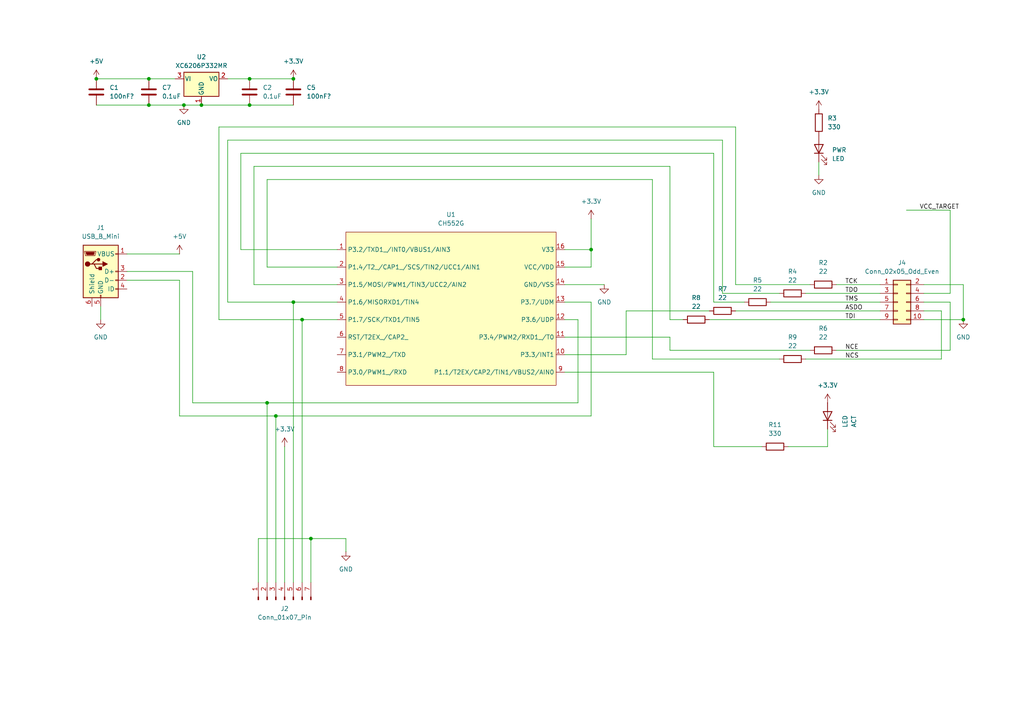
<source format=kicad_sch>
(kicad_sch (version 20250114) (generator "eeschema") (generator_version "9.0")
  (paper "A4")
  (lib_symbols
    (symbol "Connector:Conn_01x07_Pin" (pin_names (offset 1.016) (hide yes))
      (property "Reference" "J" (at 0 10.16 0))
      (property "Value" "Conn_01x07_Pin" (at 0 -10.16 0))
      (symbol "Conn_01x07_Pin_1_1"
        (rectangle (start 0.8636 7.747) (end 0 7.493) (stroke (width 0.1524)) (fill (type outline)))
        (rectangle (start 0.8636 5.207) (end 0 4.953) (stroke (width 0.1524)) (fill (type outline)))
        (rectangle (start 0.8636 2.667) (end 0 2.413) (stroke (width 0.1524)) (fill (type outline)))
        (rectangle (start 0.8636 0.127) (end 0 -0.127) (stroke (width 0.1524)) (fill (type outline)))
        (rectangle (start 0.8636 -2.413) (end 0 -2.667) (stroke (width 0.1524)) (fill (type outline)))
        (rectangle (start 0.8636 -4.953) (end 0 -5.207) (stroke (width 0.1524)) (fill (type outline)))
        (rectangle (start 0.8636 -7.493) (end 0 -7.747) (stroke (width 0.1524)) (fill (type outline)))
        (polyline (pts (xy 1.27 7.62) (xy 0.8636 7.62)) (stroke (width 0.1524)))
        (polyline (pts (xy 1.27 5.08) (xy 0.8636 5.08)) (stroke (width 0.1524)))
        (polyline (pts (xy 1.27 2.54) (xy 0.8636 2.54)) (stroke (width 0.1524)))
        (polyline (pts (xy 1.27 0) (xy 0.8636 0)) (stroke (width 0.1524)))
        (polyline (pts (xy 1.27 -2.54) (xy 0.8636 -2.54)) (stroke (width 0.1524)))
        (polyline (pts (xy 1.27 -5.08) (xy 0.8636 -5.08)) (stroke (width 0.1524)))
        (polyline (pts (xy 1.27 -7.62) (xy 0.8636 -7.62)) (stroke (width 0.1524)))
        (pin passive line (at 5.08 7.62 180) (length 3.81) (name "Pin_1") (number "1"))
        (pin passive line (at 5.08 5.08 180) (length 3.81) (name "Pin_2") (number "2"))
        (pin passive line (at 5.08 2.54 180) (length 3.81) (name "Pin_3") (number "3"))
        (pin passive line (at 5.08 0 180) (length 3.81) (name "Pin_4") (number "4"))
        (pin passive line (at 5.08 -2.54 180) (length 3.81) (name "Pin_5") (number "5"))
        (pin passive line (at 5.08 -5.08 180) (length 3.81) (name "Pin_6") (number "6"))
        (pin passive line (at 5.08 -7.62 180) (length 3.81) (name "Pin_7") (number "7"))
      )
    )
    (symbol "Connector:USB_B_Mini" (pin_names (offset 1.016))
      (property "Reference" "J" (at -5.08 11.43 0))
      (property "Value" "USB_B_Mini" (at -5.08 8.89 0))
      (symbol "USB_B_Mini_0_1"
        (rectangle (start -5.08 -7.62) (end 5.08 7.62) (stroke (width 0.254)) (fill (type background)))
        (polyline (pts (xy -4.699 5.842) (xy -4.699 5.588) (xy -4.445 4.826) (xy -4.445 4.572) (xy -1.651 4.572) (xy -1.651 4.826) (xy -1.397 5.588) (xy -1.397 5.842) (xy -4.699 5.842)))
        (polyline (pts (xy -4.318 5.588) (xy -1.778 5.588) (xy -2.032 4.826) (xy -4.064 4.826) (xy -4.318 5.588)) (fill (type outline)))
        (circle (center -3.81 2.159) (radius 0.635) (stroke (width 0.254)) (fill (type outline)))
        (polyline (pts (xy -3.175 2.159) (xy -2.54 2.159) (xy -1.27 3.429) (xy -0.635 3.429)) (stroke (width 0.254)))
        (polyline (pts (xy -2.54 2.159) (xy -1.905 2.159) (xy -1.27 0.889) (xy 0 0.889)) (stroke (width 0.254)))
        (polyline (pts (xy -1.905 2.159) (xy 0.635 2.159)) (stroke (width 0.254)))
        (circle (center -0.635 3.429) (radius 0.381) (stroke (width 0.254)) (fill (type outline)))
        (rectangle (start -0.127 -7.62) (end 0.127 -6.858))
        (rectangle (start 0.254 1.27) (end -0.508 0.508) (stroke (width 0.254)) (fill (type outline)))
        (polyline (pts (xy 0.635 2.794) (xy 0.635 1.524) (xy 1.905 2.159) (xy 0.635 2.794)) (stroke (width 0.254)) (fill (type outline)))
        (rectangle (start 5.08 4.953) (end 4.318 5.207))
        (rectangle (start 5.08 -0.127) (end 4.318 0.127))
        (rectangle (start 5.08 -2.667) (end 4.318 -2.413))
        (rectangle (start 5.08 -5.207) (end 4.318 -4.953))
      )
      (symbol "USB_B_Mini_1_1"
        (pin passive line (at -2.54 -10.16 90) (length 2.54) (name "Shield") (number "6"))
        (pin power_out line (at 0 -10.16 90) (length 2.54) (name "GND") (number "5"))
        (pin power_out line (at 7.62 5.08 180) (length 2.54) (name "VBUS") (number "1"))
        (pin bidirectional line (at 7.62 0 180) (length 2.54) (name "D+") (number "3"))
        (pin bidirectional line (at 7.62 -2.54 180) (length 2.54) (name "D-") (number "2"))
        (pin passive line (at 7.62 -5.08 180) (length 2.54) (name "ID") (number "4"))
      )
    )
    (symbol "Connector_Generic:Conn_02x05_Odd_Even" (pin_names (offset 1.016) (hide yes))
      (property "Reference" "J" (at 1.27 7.62 0))
      (property "Value" "Conn_02x05_Odd_Even" (at 1.27 -7.62 0))
      (symbol "Conn_02x05_Odd_Even_1_1"
        (rectangle (start -1.27 6.35) (end 3.81 -6.35) (stroke (width 0.254)) (fill (type background)))
        (rectangle (start -1.27 5.207) (end 0 4.953) (stroke (width 0.1524)))
        (rectangle (start -1.27 2.667) (end 0 2.413) (stroke (width 0.1524)))
        (rectangle (start -1.27 0.127) (end 0 -0.127) (stroke (width 0.1524)))
        (rectangle (start -1.27 -2.413) (end 0 -2.667) (stroke (width 0.1524)))
        (rectangle (start -1.27 -4.953) (end 0 -5.207) (stroke (width 0.1524)))
        (rectangle (start 3.81 5.207) (end 2.54 4.953) (stroke (width 0.1524)))
        (rectangle (start 3.81 2.667) (end 2.54 2.413) (stroke (width 0.1524)))
        (rectangle (start 3.81 0.127) (end 2.54 -0.127) (stroke (width 0.1524)))
        (rectangle (start 3.81 -2.413) (end 2.54 -2.667) (stroke (width 0.1524)))
        (rectangle (start 3.81 -4.953) (end 2.54 -5.207) (stroke (width 0.1524)))
        (pin passive line (at -5.08 5.08 0) (length 3.81) (name "Pin_1") (number "1"))
        (pin passive line (at -5.08 2.54 0) (length 3.81) (name "Pin_3") (number "3"))
        (pin passive line (at -5.08 0 0) (length 3.81) (name "Pin_5") (number "5"))
        (pin passive line (at -5.08 -2.54 0) (length 3.81) (name "Pin_7") (number "7"))
        (pin passive line (at -5.08 -5.08 0) (length 3.81) (name "Pin_9") (number "9"))
        (pin passive line (at 7.62 5.08 180) (length 3.81) (name "Pin_2") (number "2"))
        (pin passive line (at 7.62 2.54 180) (length 3.81) (name "Pin_4") (number "4"))
        (pin passive line (at 7.62 0 180) (length 3.81) (name "Pin_6") (number "6"))
        (pin passive line (at 7.62 -2.54 180) (length 3.81) (name "Pin_8") (number "8"))
        (pin passive line (at 7.62 -5.08 180) (length 3.81) (name "Pin_10") (number "10"))
      )
    )
    (symbol "Device:C" (pin_numbers (hide yes)) (pin_names (offset 0.254))
      (property "Reference" "C" (at 0.635 2.54 0))
      (property "Value" "C" (at 0.635 -2.54 0))
      (symbol "C_0_1"
        (polyline (pts (xy -2.032 0.762) (xy 2.032 0.762)) (stroke (width 0.508)))
        (polyline (pts (xy -2.032 -0.762) (xy 2.032 -0.762)) (stroke (width 0.508)))
      )
      (symbol "C_1_1"
        (pin passive line (at 0 3.81 270) (length 2.794) (name "~") (number "1"))
        (pin passive line (at 0 -3.81 90) (length 2.794) (name "~") (number "2"))
      )
    )
    (symbol "Device:LED" (pin_numbers (hide yes)) (pin_names (offset 1.016) (hide yes))
      (property "Reference" "D" (at 0 2.54 0))
      (property "Value" "LED" (at 0 -2.54 0))
      (symbol "LED_0_1"
        (polyline (pts (xy -3.048 -0.762) (xy -4.572 -2.286) (xy -3.81 -2.286) (xy -4.572 -2.286) (xy -4.572 -1.524)))
        (polyline (pts (xy -1.778 -0.762) (xy -3.302 -2.286) (xy -2.54 -2.286) (xy -3.302 -2.286) (xy -3.302 -1.524)))
        (polyline (pts (xy -1.27 0) (xy 1.27 0)))
        (polyline (pts (xy -1.27 -1.27) (xy -1.27 1.27)) (stroke (width 0.254)))
        (polyline (pts (xy 1.27 -1.27) (xy 1.27 1.27) (xy -1.27 0) (xy 1.27 -1.27)) (stroke (width 0.254)))
      )
      (symbol "LED_1_1"
        (pin passive line (at -3.81 0 0) (length 2.54) (name "K") (number "1"))
        (pin passive line (at 3.81 0 180) (length 2.54) (name "A") (number "2"))
      )
    )
    (symbol "Device:R" (pin_numbers (hide yes)) (pin_names (offset 0))
      (property "Reference" "R" (at 2.032 0 90))
      (property "Value" "R" (at 0 0 90))
      (symbol "R_0_1"
        (rectangle (start -1.016 -2.54) (end 1.016 2.54) (stroke (width 0.254)))
      )
      (symbol "R_1_1"
        (pin passive line (at 0 3.81 270) (length 1.27) (name "~") (number "1"))
        (pin passive line (at 0 -3.81 90) (length 1.27) (name "~") (number "2"))
      )
    )
    (symbol "Regulator_Linear:XC6206PxxxMR" (pin_names (offset 0.254))
      (property "Reference" "U" (at -3.81 3.175 0))
      (property "Value" "XC6206PxxxMR" (at 0 3.175 0))
      (symbol "XC6206PxxxMR_0_1"
        (rectangle (start -5.08 1.905) (end 5.08 -5.08) (stroke (width 0.254)) (fill (type background)))
      )
      (symbol "XC6206PxxxMR_1_1"
        (pin power_in line (at -7.62 0 0) (length 2.54) (name "VI") (number "3"))
        (pin power_in line (at 0 -7.62 90) (length 2.54) (name "GND") (number "1"))
        (pin power_out line (at 7.62 0 180) (length 2.54) (name "VO") (number "2"))
      )
    )
    (symbol "power:+3.3V" (power) (pin_numbers (hide yes)) (pin_names (offset 0) (hide yes))
      (property "Value" "+3.3V" (at 0 3.556 0))
      (symbol "+3.3V_0_1"
        (polyline (pts (xy -0.762 1.27) (xy 0 2.54)))
        (polyline (pts (xy 0 2.54) (xy 0.762 1.27)))
        (polyline (pts (xy 0 0) (xy 0 2.54)))
      )
      (symbol "+3.3V_1_1"
        (pin power_in line (at 0 0 90) (length 0) (name "~") (number "1"))
      )
    )
    (symbol "power:+5V" (power) (pin_numbers (hide yes)) (pin_names (offset 0) (hide yes))
      (property "Value" "+5V" (at 0 3.556 0))
      (symbol "+5V_0_1"
        (polyline (pts (xy -0.762 1.27) (xy 0 2.54)))
        (polyline (pts (xy 0 2.54) (xy 0.762 1.27)))
        (polyline (pts (xy 0 0) (xy 0 2.54)))
      )
      (symbol "+5V_1_1"
        (pin power_in line (at 0 0 90) (length 0) (name "~") (number "1"))
      )
    )
    (symbol "power:GND" (power) (pin_numbers (hide yes)) (pin_names (offset 0) (hide yes))
      (property "Value" "GND" (at 0 -3.81 0))
      (symbol "GND_0_1"
        (polyline (pts (xy 0 0) (xy 0 -1.27) (xy 1.27 -1.27) (xy 0 -2.54) (xy -1.27 -1.27) (xy 0 -1.27)))
      )
      (symbol "GND_1_1"
        (pin power_in line (at 0 0 270) (length 0) (name "~") (number "1"))
      )
    )
    (symbol "wch-mcu:CH552G"
      (property "Reference" "U" (at 0 27.94 0))
      (property "Value" "CH552G" (at 0 30.48 0))
      (symbol "CH552G_0_1"
        (rectangle (start -30.48 25.4) (end 30.48 -19.05) (stroke (width 0.1524)) (fill (type background)))
      )
      (symbol "CH552G_1_1"
        (pin bidirectional line (at -33.02 20.32 0) (length 2.54) (name "P3.2/TXD1_/INT0/VBUS1/AIN3") (number "1"))
        (pin bidirectional line (at -33.02 15.24 0) (length 2.54) (name "P1.4/T2_/CAP1_/SCS/TIN2/UCC1/AIN1") (number "2"))
        (pin bidirectional line (at -33.02 10.16 0) (length 2.54) (name "P1.5/MOSI/PWM1/TIN3/UCC2/AIN2") (number "3"))
        (pin bidirectional line (at -33.02 5.08 0) (length 2.54) (name "P1.6/MISORXD1/TIN4") (number "4"))
        (pin bidirectional line (at -33.02 0 0) (length 2.54) (name "P1.7/SCK/TXD1/TIN5") (number "5"))
        (pin bidirectional line (at -33.02 -5.08 0) (length 2.54) (name "RST/T2EX_/CAP2_") (number "6"))
        (pin bidirectional line (at -33.02 -10.16 0) (length 2.54) (name "P3.1/PWM2_/TXD") (number "7"))
        (pin bidirectional line (at -33.02 -15.24 0) (length 2.54) (name "P3.0/PWM1_/RXD") (number "8"))
        (pin power_out line (at 33.02 20.32 180) (length 2.54) (name "V33") (number "16"))
        (pin power_in line (at 33.02 15.24 180) (length 2.54) (name "VCC/VDD") (number "15"))
        (pin passive line (at 33.02 10.16 180) (length 2.54) (name "GND/VSS") (number "14"))
        (pin bidirectional line (at 33.02 5.08 180) (length 2.54) (name "P3.7/UDM") (number "13"))
        (pin bidirectional line (at 33.02 0 180) (length 2.54) (name "P3.6/UDP") (number "12"))
        (pin bidirectional line (at 33.02 -5.08 180) (length 2.54) (name "P3.4/PWM2/RXD1_/T0") (number "11"))
        (pin bidirectional line (at 33.02 -10.16 180) (length 2.54) (name "P3.3/INT1") (number "10"))
        (pin bidirectional line (at 33.02 -15.24 180) (length 2.54) (name "P1.1/T2EX/CAP2/TIN1/VBUS2/AIN0") (number "9"))
      )
    )
  )
  (junction (at 90.17 156.21))
  (junction (at 27.94 22.86))
  (junction (at 85.09 87.63))
  (junction (at 171.45 72.39))
  (junction (at 85.09 22.86))
  (junction (at 43.18 30.48))
  (junction (at 53.34 30.48))
  (junction (at 279.4 92.71))
  (junction (at 72.39 22.86))
  (junction (at 87.63 92.71))
  (junction (at 77.47 116.84))
  (junction (at 58.42 30.48))
  (junction (at 80.01 120.65))
  (junction (at 43.18 22.86))
  (junction (at 72.39 30.48))
  (wire (pts (xy 267.97 82.55) (xy 279.4 82.55)))
  (wire (pts (xy 63.5 36.83) (xy 213.36 36.83)))
  (wire (pts (xy 167.64 92.71) (xy 163.83 92.71)))
  (wire (pts (xy 29.21 88.9) (xy 29.21 92.71)))
  (wire (pts (xy 77.47 116.84) (xy 167.64 116.84)))
  (wire (pts (xy 66.04 22.86) (xy 72.39 22.86)))
  (wire (pts (xy 87.63 92.71) (xy 87.63 168.91)))
  (wire (pts (xy 90.17 168.91) (xy 90.17 156.21)))
  (wire (pts (xy 223.52 87.63) (xy 255.27 87.63)))
  (wire (pts (xy 215.9 87.63) (xy 207.01 87.63)))
  (wire (pts (xy 69.85 44.45) (xy 69.85 72.39)))
  (wire (pts (xy 205.74 92.71) (xy 255.27 92.71)))
  (wire (pts (xy 171.45 87.63) (xy 171.45 120.65)))
  (wire (pts (xy 90.17 156.21) (xy 100.33 156.21)))
  (wire (pts (xy 69.85 72.39) (xy 97.79 72.39)))
  (wire (pts (xy 66.04 40.64) (xy 66.04 87.63)))
  (wire (pts (xy 27.94 22.86) (xy 43.18 22.86)))
  (wire (pts (xy 72.39 22.86) (xy 85.09 22.86)))
  (wire (pts (xy 267.97 87.63) (xy 275.59 87.63)))
  (wire (pts (xy 275.59 87.63) (xy 275.59 101.6)))
  (wire (pts (xy 279.4 82.55) (xy 279.4 92.71)))
  (wire (pts (xy 262.89 60.96) (xy 275.59 60.96)))
  (wire (pts (xy 207.01 87.63) (xy 207.01 44.45)))
  (wire (pts (xy 74.93 156.21) (xy 90.17 156.21)))
  (wire (pts (xy 213.36 36.83) (xy 213.36 82.55)))
  (wire (pts (xy 53.34 30.48) (xy 58.42 30.48)))
  (wire (pts (xy 77.47 77.47) (xy 77.47 52.07)))
  (wire (pts (xy 77.47 52.07) (xy 189.23 52.07)))
  (wire (pts (xy 194.31 92.71) (xy 194.31 48.26)))
  (wire (pts (xy 213.36 82.55) (xy 234.95 82.55)))
  (wire (pts (xy 80.01 120.65) (xy 80.01 168.91)))
  (wire (pts (xy 267.97 85.09) (xy 275.59 85.09)))
  (wire (pts (xy 171.45 120.65) (xy 80.01 120.65)))
  (wire (pts (xy 163.83 77.47) (xy 171.45 77.47)))
  (wire (pts (xy 82.55 129.54) (xy 82.55 168.91)))
  (wire (pts (xy 207.01 129.54) (xy 220.98 129.54)))
  (wire (pts (xy 63.5 92.71) (xy 63.5 36.83)))
  (wire (pts (xy 73.66 82.55) (xy 97.79 82.55)))
  (wire (pts (xy 213.36 90.17) (xy 255.27 90.17)))
  (wire (pts (xy 52.07 81.28) (xy 36.83 81.28)))
  (wire (pts (xy 228.6 129.54) (xy 240.03 129.54)))
  (wire (pts (xy 163.83 87.63) (xy 171.45 87.63)))
  (wire (pts (xy 275.59 85.09) (xy 275.59 60.96)))
  (wire (pts (xy 27.94 30.48) (xy 43.18 30.48)))
  (wire (pts (xy 194.31 101.6) (xy 234.95 101.6)))
  (wire (pts (xy 242.57 82.55) (xy 255.27 82.55)))
  (wire (pts (xy 36.83 78.74) (xy 55.88 78.74)))
  (wire (pts (xy 43.18 30.48) (xy 53.34 30.48)))
  (wire (pts (xy 52.07 120.65) (xy 52.07 81.28)))
  (wire (pts (xy 80.01 120.65) (xy 52.07 120.65)))
  (wire (pts (xy 273.05 90.17) (xy 273.05 104.14)))
  (wire (pts (xy 240.03 124.46) (xy 240.03 129.54)))
  (wire (pts (xy 55.88 116.84) (xy 77.47 116.84)))
  (wire (pts (xy 163.83 72.39) (xy 171.45 72.39)))
  (wire (pts (xy 72.39 30.48) (xy 85.09 30.48)))
  (wire (pts (xy 267.97 90.17) (xy 273.05 90.17)))
  (wire (pts (xy 226.06 85.09) (xy 209.55 85.09)))
  (wire (pts (xy 87.63 92.71) (xy 63.5 92.71)))
  (wire (pts (xy 194.31 97.79) (xy 194.31 101.6)))
  (wire (pts (xy 73.66 48.26) (xy 73.66 82.55)))
  (wire (pts (xy 189.23 52.07) (xy 189.23 104.14)))
  (wire (pts (xy 85.09 87.63) (xy 85.09 168.91)))
  (wire (pts (xy 77.47 116.84) (xy 77.47 168.91)))
  (wire (pts (xy 163.83 82.55) (xy 175.26 82.55)))
  (wire (pts (xy 181.61 102.87) (xy 163.83 102.87)))
  (wire (pts (xy 55.88 78.74) (xy 55.88 116.84)))
  (wire (pts (xy 97.79 77.47) (xy 77.47 77.47)))
  (wire (pts (xy 163.83 107.95) (xy 207.01 107.95)))
  (wire (pts (xy 43.18 22.86) (xy 50.8 22.86)))
  (wire (pts (xy 194.31 48.26) (xy 73.66 48.26)))
  (wire (pts (xy 167.64 116.84) (xy 167.64 92.71)))
  (wire (pts (xy 171.45 63.5) (xy 171.45 72.39)))
  (wire (pts (xy 275.59 101.6) (xy 242.57 101.6)))
  (wire (pts (xy 198.12 92.71) (xy 194.31 92.71)))
  (wire (pts (xy 181.61 90.17) (xy 181.61 102.87)))
  (wire (pts (xy 100.33 156.21) (xy 100.33 160.02)))
  (wire (pts (xy 207.01 44.45) (xy 69.85 44.45)))
  (wire (pts (xy 267.97 92.71) (xy 279.4 92.71)))
  (wire (pts (xy 163.83 97.79) (xy 194.31 97.79)))
  (wire (pts (xy 237.49 46.99) (xy 237.49 50.8)))
  (wire (pts (xy 97.79 92.71) (xy 87.63 92.71)))
  (wire (pts (xy 85.09 87.63) (xy 97.79 87.63)))
  (wire (pts (xy 171.45 77.47) (xy 171.45 72.39)))
  (wire (pts (xy 273.05 104.14) (xy 233.68 104.14)))
  (wire (pts (xy 36.83 73.66) (xy 52.07 73.66)))
  (wire (pts (xy 209.55 85.09) (xy 209.55 40.64)))
  (wire (pts (xy 189.23 104.14) (xy 226.06 104.14)))
  (wire (pts (xy 66.04 87.63) (xy 85.09 87.63)))
  (wire (pts (xy 205.74 90.17) (xy 181.61 90.17)))
  (wire (pts (xy 233.68 85.09) (xy 255.27 85.09)))
  (wire (pts (xy 58.42 30.48) (xy 72.39 30.48)))
  (wire (pts (xy 209.55 40.64) (xy 66.04 40.64)))
  (wire (pts (xy 74.93 168.91) (xy 74.93 156.21)))
  (wire (pts (xy 207.01 107.95) (xy 207.01 129.54)))
  (label "VCC_TARGET" (at 266.7 60.96 0))
  (label "NCS" (at 245.11 104.14 0))
  (label "TDI" (at 245.11 92.71 0))
  (label "NCE" (at 245.11 101.6 0))
  (label "ASDO" (at 245.11 90.17 0))
  (label "TCK" (at 245.11 82.55 0))
  (label "TDO" (at 245.11 85.09 0))
  (label "TMS" (at 245.11 87.63 0))
  (symbol (lib_id "Device:LED") (at 240.03 120.65 90) (unit 1)
    (property "Reference" "ACT" (at 247.65 122.2375 0))
    (property "Value" "LED" (at 245.11 122.2375 0))
    (property "Description" "Light emitting diode" (effects (hide yes)))
    (property "Sim.Pins" "1=K 2=A" (effects (hide yes)))
  )
  (symbol (lib_id "Device:R") (at 229.87 85.09 90) (unit 1)
    (property "Reference" "R4" (at 229.87 78.74 90))
    (property "Value" "22" (at 229.87 81.28 90))
    (property "Description" "Resistor" (effects (hide yes)))
  )
  (symbol (lib_id "Connector:Conn_01x07_Pin") (at 82.55 173.99 90) (unit 1)
    (property "Reference" "J2" (at 82.55 176.53 90))
    (property "Value" "Conn_01x07_Pin" (at 82.55 179.07 90))
    (property "Description" "Generic connector, single row, 01x07, script generated" (effects (hide yes)))
  )
  (symbol (lib_id "wch-mcu:CH552G") (at 130.81 92.71 0) (unit 1)
    (property "Reference" "U1" (at 130.81 62.23 0))
    (property "Value" "CH552G" (at 130.81 64.77 0))
    (property "Footprint" "Package_SO:SOP-16_3.9x9.9mm_P1.27mm" (effects (hide yes)))
    (property "Datasheet" "https://www.wch-ic.com/downloads/CH552DS1.PDF.html?type=en" (effects (hide yes)))
    (property "Description" "Enhanced 8051 MCU" (effects (hide yes)))
  )
  (symbol (lib_id "power:+5V") (at 27.94 22.86 0) (unit 1)
    (property "Reference" "#PWR012" (effects (hide yes)))
    (property "Value" "+5V" (at 27.94 17.78 0))
    (property "Description" "Power symbol creates a global label with name \"+5V\"" (effects (hide yes)))
  )
  (symbol (lib_id "Connector:USB_B_Mini") (at 29.21 78.74 0) (unit 1)
    (property "Reference" "J1" (at 29.21 66.04 0))
    (property "Value" "USB_B_Mini" (at 29.21 68.58 0))
    (property "Description" "USB Mini Type B connector" (effects (hide yes)))
  )
  (symbol (lib_id "power:GND") (at 279.4 92.71 0) (unit 1)
    (property "Reference" "#PWR01" (effects (hide yes)))
    (property "Value" "GND" (at 279.4 97.79 0))
    (property "Description" "Power symbol creates a global label with name \"GND\" , ground" (effects (hide yes)))
  )
  (symbol (lib_id "power:+5V") (at 52.07 73.66 0) (unit 1)
    (property "Reference" "#PWR011" (effects (hide yes)))
    (property "Value" "+5V" (at 52.07 68.58 0))
    (property "Description" "Power symbol creates a global label with name \"+5V\"" (effects (hide yes)))
  )
  (symbol (lib_id "power:+3.3V") (at 240.03 116.84 0) (unit 1)
    (property "Reference" "#PWR05" (effects (hide yes)))
    (property "Value" "+3.3V" (at 240.03 111.76 0))
    (property "Description" "Power symbol creates a global label with name \"+3.3V\"" (effects (hide yes)))
  )
  (symbol (lib_id "Connector_Generic:Conn_02x05_Odd_Even") (at 260.35 87.63 0) (unit 1)
    (property "Reference" "J4" (at 261.62 76.2 0))
    (property "Value" "Conn_02x05_Odd_Even" (at 261.62 78.74 0))
    (property "Description" "Generic connector, double row, 02x05, odd/even pin numbering scheme (row 1 odd numbers, row 2 even numbers), script generated (kicad-library-utils/schlib/autogen/connector/)" (effects (hide yes)))
  )
  (symbol (lib_id "power:GND") (at 29.21 92.71 0) (unit 1)
    (property "Reference" "#PWR03" (effects (hide yes)))
    (property "Value" "GND" (at 29.21 97.79 0))
    (property "Description" "Power symbol creates a global label with name \"GND\" , ground" (effects (hide yes)))
  )
  (symbol (lib_id "power:+3.3V") (at 82.55 129.54 0) (unit 1)
    (property "Reference" "#PWR09" (effects (hide yes)))
    (property "Value" "+3.3V" (at 82.55 124.46 0))
    (property "Description" "Power symbol creates a global label with name \"+3.3V\"" (effects (hide yes)))
  )
  (symbol (lib_id "Device:R") (at 219.71 87.63 90) (unit 1)
    (property "Reference" "R5" (at 219.71 81.28 90))
    (property "Value" "22" (at 219.71 83.82 90))
    (property "Description" "Resistor" (effects (hide yes)))
  )
  (symbol (lib_id "Device:C") (at 43.18 26.67 0) (unit 1)
    (property "Reference" "C7" (at 46.99 25.3999 0) (effects (justify left)))
    (property "Value" "0.1uF" (at 46.99 27.9399 0) (effects (justify left)))
    (property "Description" "Unpolarized capacitor" (effects (hide yes)))
  )
  (symbol (lib_id "power:GND") (at 100.33 160.02 0) (unit 1)
    (property "Reference" "#PWR04" (effects (hide yes)))
    (property "Value" "GND" (at 100.33 165.1 0))
    (property "Description" "Power symbol creates a global label with name \"GND\" , ground" (effects (hide yes)))
  )
  (symbol (lib_id "Device:C") (at 85.09 26.67 0) (unit 1)
    (property "Reference" "C5" (at 88.9 25.3999 0) (effects (justify left)))
    (property "Value" "100nF?" (at 88.9 27.9399 0) (effects (justify left)))
    (property "Description" "Unpolarized capacitor" (effects (hide yes)))
  )
  (symbol (lib_id "Device:R") (at 201.93 92.71 90) (unit 1)
    (property "Reference" "R8" (at 201.93 86.36 90))
    (property "Value" "22" (at 201.93 88.9 90))
    (property "Description" "Resistor" (effects (hide yes)))
  )
  (symbol (lib_id "Regulator_Linear:XC6206PxxxMR") (at 58.42 22.86 0) (unit 1)
    (property "Reference" "U2" (at 58.42 16.51 0))
    (property "Value" "XC6206P332MR" (at 58.42 19.05 0))
    (property "Footprint" "Package_TO_SOT_SMD:TO-252-3_TabPin2" (effects (hide yes)))
    (property "Datasheet" "https://www.torexsemi.com/file/xc6206/XC6206.pdf" (effects (hide yes)))
    (property "Description" "Positive 60-250mA Low Dropout Regulator, Fixed Output, SOT-23" (effects (hide yes)))
  )
  (symbol (lib_id "power:GND") (at 175.26 82.55 0) (unit 1)
    (property "Reference" "#PWR02" (effects (hide yes)))
    (property "Value" "GND" (at 175.26 87.63 0))
    (property "Description" "Power symbol creates a global label with name \"GND\" , ground" (effects (hide yes)))
  )
  (symbol (lib_id "power:+3.3V") (at 171.45 63.5 0) (unit 1)
    (property "Reference" "#PWR08" (effects (hide yes)))
    (property "Value" "+3.3V" (at 171.45 58.42 0))
    (property "Description" "Power symbol creates a global label with name \"+3.3V\"" (effects (hide yes)))
  )
  (symbol (lib_id "Device:LED") (at 237.49 43.18 90) (unit 1)
    (property "Reference" "PWR" (at 241.3 43.4974 90) (effects (justify right)))
    (property "Value" "LED" (at 241.3 46.0374 90) (effects (justify right)))
    (property "Description" "Light emitting diode" (effects (hide yes)))
    (property "Sim.Pins" "1=K 2=A" (effects (hide yes)))
  )
  (symbol (lib_id "Device:R") (at 237.49 35.56 0) (unit 1)
    (property "Reference" "R3" (at 240.03 34.2899 0) (effects (justify left)))
    (property "Value" "330" (at 240.03 36.8299 0) (effects (justify left)))
    (property "Description" "Resistor" (effects (hide yes)))
  )
  (symbol (lib_id "Device:R") (at 238.76 82.55 90) (unit 1)
    (property "Reference" "R2" (at 238.76 76.2 90))
    (property "Value" "22" (at 238.76 78.74 90))
    (property "Description" "Resistor" (effects (hide yes)))
  )
  (symbol (lib_id "Device:C") (at 27.94 26.67 0) (unit 1)
    (property "Reference" "C1" (at 31.75 25.3999 0) (effects (justify left)))
    (property "Value" "100nF?" (at 31.75 27.9399 0) (effects (justify left)))
    (property "Description" "Unpolarized capacitor" (effects (hide yes)))
  )
  (symbol (lib_id "power:+3.3V") (at 237.49 31.75 0) (unit 1)
    (property "Reference" "#PWR06" (effects (hide yes)))
    (property "Value" "+3.3V" (at 237.49 26.67 0))
    (property "Description" "Power symbol creates a global label with name \"+3.3V\"" (effects (hide yes)))
  )
  (symbol (lib_id "Device:R") (at 229.87 104.14 90) (unit 1)
    (property "Reference" "R9" (at 229.87 97.79 90))
    (property "Value" "22" (at 229.87 100.33 90))
    (property "Description" "Resistor" (effects (hide yes)))
  )
  (symbol (lib_id "Device:C") (at 72.39 26.67 0) (unit 1)
    (property "Reference" "C2" (at 76.2 25.3999 0) (effects (justify left)))
    (property "Value" "0.1uF" (at 76.2 27.9399 0) (effects (justify left)))
    (property "Description" "Unpolarized capacitor" (effects (hide yes)))
  )
  (symbol (lib_id "Device:R") (at 238.76 101.6 90) (unit 1)
    (property "Reference" "R6" (at 238.76 95.25 90))
    (property "Value" "22" (at 238.76 97.79 90))
    (property "Description" "Resistor" (effects (hide yes)))
  )
  (symbol (lib_id "power:GND") (at 237.49 50.8 0) (unit 1)
    (property "Reference" "#PWR07" (effects (hide yes)))
    (property "Value" "GND" (at 237.49 55.88 0))
    (property "Description" "Power symbol creates a global label with name \"GND\" , ground" (effects (hide yes)))
  )
  (symbol (lib_id "Device:R") (at 224.79 129.54 90) (unit 1)
    (property "Reference" "R11" (at 224.79 123.19 90))
    (property "Value" "330" (at 224.79 125.73 90))
    (property "Description" "Resistor" (effects (hide yes)))
  )
  (symbol (lib_id "power:+3.3V") (at 85.09 22.86 0) (unit 1)
    (property "Reference" "#PWR013" (effects (hide yes)))
    (property "Value" "+3.3V" (at 85.09 17.78 0))
    (property "Description" "Power symbol creates a global label with name \"+3.3V\"" (effects (hide yes)))
  )
  (symbol (lib_id "Device:R") (at 209.55 90.17 90) (unit 1)
    (property "Reference" "R7" (at 209.55 83.82 90))
    (property "Value" "22" (at 209.55 86.36 90))
    (property "Description" "Resistor" (effects (hide yes)))
  )
  (symbol (lib_id "power:GND") (at 53.34 30.48 0) (unit 1)
    (property "Reference" "#PWR010" (effects (hide yes)))
    (property "Value" "GND" (at 53.34 35.56 0))
    (property "Description" "Power symbol creates a global label with name \"GND\" , ground" (effects (hide yes)))
  )
)
</source>
